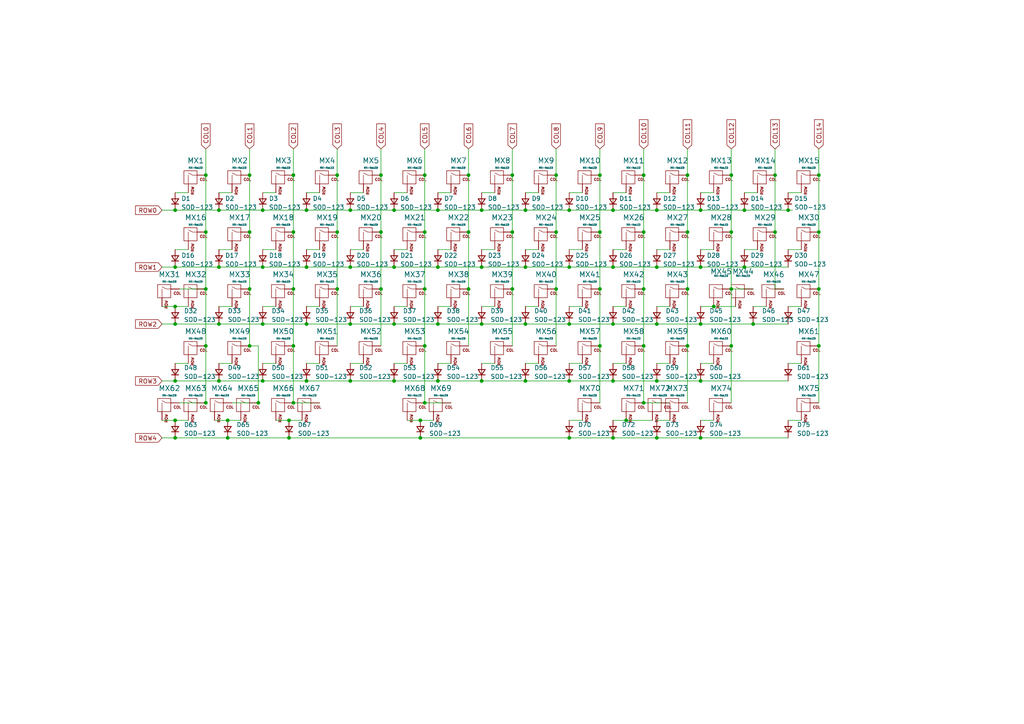
<source format=kicad_sch>
(kicad_sch (version 20211123) (generator eeschema)
  (paper "A4")
  (junction (at 50.8 127))
  (junction (at 165.1 110.49))
  (junction (at 121.92 127))
  (junction (at 161.29 67.31))
  (junction (at 218.44 93.98))
  (junction (at 215.9 60.96))
  (junction (at 59.69 83.82))
  (junction (at 101.6 60.96))
  (junction (at 177.8 127))
  (junction (at 88.9 110.49))
  (junction (at 212.09 67.31))
  (junction (at 152.4 77.47))
  (junction (at 101.6 110.49))
  (junction (at 139.7 60.96))
  (junction (at 72.39 83.82))
  (junction (at 203.2 60.96))
  (junction (at 76.2 93.98))
  (junction (at 85.09 50.8))
  (junction (at 114.3 77.47))
  (junction (at 123.19 67.31))
  (junction (at 97.79 83.82))
  (junction (at 59.69 67.31))
  (junction (at 186.69 116.84))
  (junction (at 228.6 60.96))
  (junction (at 66.04 127))
  (junction (at 72.39 50.8))
  (junction (at 181.61 121.92))
  (junction (at 177.8 93.98))
  (junction (at 59.69 50.8))
  (junction (at 152.4 93.98))
  (junction (at 186.69 67.31))
  (junction (at 127 110.49))
  (junction (at 66.04 121.92))
  (junction (at 76.2 60.96))
  (junction (at 127 77.47))
  (junction (at 135.89 50.8))
  (junction (at 173.99 83.82))
  (junction (at 190.5 77.47))
  (junction (at 165.1 77.47))
  (junction (at 127 60.96))
  (junction (at 199.39 67.31))
  (junction (at 190.5 110.49))
  (junction (at 50.8 121.92))
  (junction (at 50.8 110.49))
  (junction (at 110.49 50.8))
  (junction (at 135.89 67.31))
  (junction (at 224.79 67.31))
  (junction (at 212.09 100.33))
  (junction (at 237.49 67.31))
  (junction (at 224.79 50.8))
  (junction (at 212.09 50.8))
  (junction (at 85.09 83.82))
  (junction (at 59.69 100.33))
  (junction (at 165.1 60.96))
  (junction (at 203.2 77.47))
  (junction (at 59.69 116.84))
  (junction (at 110.49 67.31))
  (junction (at 101.6 93.98))
  (junction (at 148.59 83.82))
  (junction (at 186.69 50.8))
  (junction (at 85.09 116.84))
  (junction (at 123.19 50.8))
  (junction (at 190.5 127))
  (junction (at 199.39 100.33))
  (junction (at 76.2 110.49))
  (junction (at 85.09 67.31))
  (junction (at 237.49 50.8))
  (junction (at 50.8 88.9))
  (junction (at 190.5 93.98))
  (junction (at 186.69 100.33))
  (junction (at 190.5 60.96))
  (junction (at 63.5 77.47))
  (junction (at 83.82 127))
  (junction (at 127 93.98))
  (junction (at 50.8 77.47))
  (junction (at 177.8 77.47))
  (junction (at 161.29 83.82))
  (junction (at 114.3 110.49))
  (junction (at 50.8 60.96))
  (junction (at 148.59 67.31))
  (junction (at 152.4 110.49))
  (junction (at 76.2 77.47))
  (junction (at 123.19 116.84))
  (junction (at 177.8 60.96))
  (junction (at 186.69 83.82))
  (junction (at 199.39 50.8))
  (junction (at 237.49 83.82))
  (junction (at 173.99 100.33))
  (junction (at 114.3 93.98))
  (junction (at 237.49 100.33))
  (junction (at 161.29 50.8))
  (junction (at 88.9 60.96))
  (junction (at 110.49 83.82))
  (junction (at 152.4 60.96))
  (junction (at 139.7 93.98))
  (junction (at 215.9 77.47))
  (junction (at 63.5 110.49))
  (junction (at 207.01 88.9))
  (junction (at 88.9 77.47))
  (junction (at 139.7 110.49))
  (junction (at 199.39 83.82))
  (junction (at 85.09 100.33))
  (junction (at 121.92 121.92))
  (junction (at 148.59 50.8))
  (junction (at 74.93 116.84))
  (junction (at 139.7 77.47))
  (junction (at 212.09 83.82))
  (junction (at 165.1 93.98))
  (junction (at 203.2 93.98))
  (junction (at 72.39 100.33))
  (junction (at 101.6 77.47))
  (junction (at 63.5 60.96))
  (junction (at 97.79 67.31))
  (junction (at 88.9 93.98))
  (junction (at 165.1 127))
  (junction (at 97.79 50.8))
  (junction (at 203.2 110.49))
  (junction (at 114.3 60.96))
  (junction (at 123.19 83.82))
  (junction (at 135.89 83.82))
  (junction (at 177.8 110.49))
  (junction (at 123.19 100.33))
  (junction (at 63.5 93.98))
  (junction (at 173.99 67.31))
  (junction (at 50.8 93.98))
  (junction (at 203.2 127))
  (junction (at 72.39 67.31))
  (junction (at 83.82 121.92))
  (junction (at 173.99 50.8))
  (wire (pts (xy 50.8 110.49) (xy 63.5 110.49)))
  (wire (pts (xy 173.99 43.18) (xy 173.99 50.8)))
  (wire (pts (xy 228.6 121.92) (xy 232.41 121.92)))
  (wire (pts (xy 63.5 77.47) (xy 76.2 77.47)))
  (wire (pts (xy 123.19 50.8) (xy 123.19 67.31)))
  (wire (pts (xy 212.09 100.33) (xy 212.09 116.84)))
  (wire (pts (xy 127 110.49) (xy 139.7 110.49)))
  (wire (pts (xy 215.9 77.47) (xy 228.6 77.47)))
  (wire (pts (xy 59.69 50.8) (xy 59.69 67.31)))
  (wire (pts (xy 139.7 77.47) (xy 152.4 77.47)))
  (wire (pts (xy 203.2 77.47) (xy 215.9 77.47)))
  (wire (pts (xy 59.69 43.18) (xy 59.69 50.8)))
  (wire (pts (xy 63.5 93.98) (xy 76.2 93.98)))
  (wire (pts (xy 88.9 88.9) (xy 92.71 88.9)))
  (wire (pts (xy 165.1 77.47) (xy 177.8 77.47)))
  (wire (pts (xy 152.4 55.88) (xy 156.21 55.88)))
  (wire (pts (xy 83.82 127) (xy 121.92 127)))
  (wire (pts (xy 101.6 88.9) (xy 105.41 88.9)))
  (wire (pts (xy 50.8 60.96) (xy 63.5 60.96)))
  (wire (pts (xy 199.39 83.82) (xy 199.39 100.33)))
  (wire (pts (xy 215.9 72.39) (xy 219.71 72.39)))
  (wire (pts (xy 121.92 121.92) (xy 125.73 121.92)))
  (wire (pts (xy 114.3 93.98) (xy 127 93.98)))
  (wire (pts (xy 76.2 105.41) (xy 80.01 105.41)))
  (wire (pts (xy 177.8 88.9) (xy 181.61 88.9)))
  (wire (pts (xy 177.8 55.88) (xy 181.61 55.88)))
  (wire (pts (xy 139.7 110.49) (xy 152.4 110.49)))
  (wire (pts (xy 114.3 60.96) (xy 127 60.96)))
  (wire (pts (xy 186.69 43.18) (xy 186.69 50.8)))
  (wire (pts (xy 228.6 60.96) (xy 229.87 60.96)))
  (wire (pts (xy 50.8 88.9) (xy 54.61 88.9)))
  (wire (pts (xy 152.4 77.47) (xy 165.1 77.47)))
  (wire (pts (xy 161.29 43.18) (xy 161.29 50.8)))
  (wire (pts (xy 97.79 67.31) (xy 97.79 83.82)))
  (wire (pts (xy 88.9 60.96) (xy 101.6 60.96)))
  (wire (pts (xy 224.79 50.8) (xy 224.79 67.31)))
  (wire (pts (xy 97.79 50.8) (xy 97.79 67.31)))
  (wire (pts (xy 127 72.39) (xy 130.81 72.39)))
  (wire (pts (xy 123.19 83.82) (xy 123.19 100.33)))
  (wire (pts (xy 76.2 110.49) (xy 88.9 110.49)))
  (wire (pts (xy 114.3 105.41) (xy 118.11 105.41)))
  (wire (pts (xy 161.29 50.8) (xy 161.29 67.31)))
  (wire (pts (xy 85.09 116.84) (xy 92.71 116.84)))
  (wire (pts (xy 72.39 67.31) (xy 72.39 83.82)))
  (wire (pts (xy 177.8 105.41) (xy 181.61 105.41)))
  (wire (pts (xy 72.39 50.8) (xy 72.39 67.31)))
  (wire (pts (xy 76.2 60.96) (xy 88.9 60.96)))
  (wire (pts (xy 63.5 72.39) (xy 67.31 72.39)))
  (wire (pts (xy 88.9 55.88) (xy 92.71 55.88)))
  (wire (pts (xy 101.6 72.39) (xy 105.41 72.39)))
  (wire (pts (xy 135.89 67.31) (xy 135.89 83.82)))
  (wire (pts (xy 127 77.47) (xy 139.7 77.47)))
  (wire (pts (xy 50.8 105.41) (xy 54.61 105.41)))
  (wire (pts (xy 199.39 67.31) (xy 199.39 83.82)))
  (wire (pts (xy 190.5 121.92) (xy 194.31 121.92)))
  (wire (pts (xy 177.8 77.47) (xy 190.5 77.47)))
  (wire (pts (xy 224.79 67.31) (xy 224.79 83.82)))
  (wire (pts (xy 152.4 93.98) (xy 165.1 93.98)))
  (wire (pts (xy 139.7 88.9) (xy 143.51 88.9)))
  (wire (pts (xy 139.7 105.41) (xy 143.51 105.41)))
  (wire (pts (xy 190.5 105.41) (xy 194.31 105.41)))
  (wire (pts (xy 80.01 121.92) (xy 83.82 121.92)))
  (wire (pts (xy 50.8 55.88) (xy 54.61 55.88)))
  (wire (pts (xy 173.99 83.82) (xy 173.99 100.33)))
  (wire (pts (xy 114.3 77.47) (xy 127 77.47)))
  (wire (pts (xy 237.49 43.18) (xy 237.49 50.8)))
  (wire (pts (xy 101.6 105.41) (xy 105.41 105.41)))
  (wire (pts (xy 212.09 83.82) (xy 212.09 100.33)))
  (wire (pts (xy 88.9 77.47) (xy 101.6 77.47)))
  (wire (pts (xy 101.6 60.96) (xy 114.3 60.96)))
  (wire (pts (xy 46.99 88.9) (xy 50.8 88.9)))
  (wire (pts (xy 46.99 60.96) (xy 50.8 60.96)))
  (wire (pts (xy 228.6 105.41) (xy 232.41 105.41)))
  (wire (pts (xy 203.2 88.9) (xy 207.01 88.9)))
  (wire (pts (xy 199.39 43.18) (xy 199.39 50.8)))
  (wire (pts (xy 161.29 67.31) (xy 161.29 83.82)))
  (wire (pts (xy 161.29 83.82) (xy 161.29 100.33)))
  (wire (pts (xy 66.04 127) (xy 83.82 127)))
  (wire (pts (xy 165.1 105.41) (xy 168.91 105.41)))
  (wire (pts (xy 212.09 50.8) (xy 212.09 67.31)))
  (wire (pts (xy 88.9 105.41) (xy 92.71 105.41)))
  (wire (pts (xy 110.49 83.82) (xy 110.49 100.33)))
  (wire (pts (xy 72.39 100.33) (xy 74.93 100.33)))
  (wire (pts (xy 215.9 60.96) (xy 228.6 60.96)))
  (wire (pts (xy 101.6 55.88) (xy 105.41 55.88)))
  (wire (pts (xy 101.6 93.98) (xy 114.3 93.98)))
  (wire (pts (xy 212.09 43.18) (xy 212.09 50.8)))
  (wire (pts (xy 186.69 116.84) (xy 194.31 116.84)))
  (wire (pts (xy 114.3 55.88) (xy 118.11 55.88)))
  (wire (pts (xy 76.2 93.98) (xy 88.9 93.98)))
  (wire (pts (xy 139.7 93.98) (xy 152.4 93.98)))
  (wire (pts (xy 88.9 110.49) (xy 101.6 110.49)))
  (wire (pts (xy 110.49 67.31) (xy 110.49 83.82)))
  (wire (pts (xy 127 60.96) (xy 139.7 60.96)))
  (wire (pts (xy 165.1 55.88) (xy 168.91 55.88)))
  (wire (pts (xy 50.8 127) (xy 66.04 127)))
  (wire (pts (xy 228.6 72.39) (xy 232.41 72.39)))
  (wire (pts (xy 152.4 88.9) (xy 156.21 88.9)))
  (wire (pts (xy 72.39 83.82) (xy 72.39 100.33)))
  (wire (pts (xy 199.39 100.33) (xy 199.39 116.84)))
  (wire (pts (xy 218.44 93.98) (xy 228.6 93.98)))
  (wire (pts (xy 127 88.9) (xy 130.81 88.9)))
  (wire (pts (xy 123.19 67.31) (xy 123.19 83.82)))
  (wire (pts (xy 165.1 93.98) (xy 177.8 93.98)))
  (wire (pts (xy 52.07 116.84) (xy 59.69 116.84)))
  (wire (pts (xy 66.04 121.92) (xy 69.85 121.92)))
  (wire (pts (xy 63.5 105.41) (xy 67.31 105.41)))
  (wire (pts (xy 165.1 60.96) (xy 177.8 60.96)))
  (wire (pts (xy 121.92 127) (xy 165.1 127)))
  (wire (pts (xy 177.8 121.92) (xy 181.61 121.92)))
  (wire (pts (xy 173.99 67.31) (xy 173.99 83.82)))
  (wire (pts (xy 63.5 110.49) (xy 76.2 110.49)))
  (wire (pts (xy 203.2 55.88) (xy 207.01 55.88)))
  (wire (pts (xy 190.5 93.98) (xy 203.2 93.98)))
  (wire (pts (xy 85.09 100.33) (xy 85.09 116.84)))
  (wire (pts (xy 190.5 55.88) (xy 194.31 55.88)))
  (wire (pts (xy 50.8 93.98) (xy 63.5 93.98)))
  (wire (pts (xy 152.4 110.49) (xy 165.1 110.49)))
  (wire (pts (xy 190.5 72.39) (xy 194.31 72.39)))
  (wire (pts (xy 123.19 100.33) (xy 123.19 116.84)))
  (wire (pts (xy 165.1 127) (xy 177.8 127)))
  (wire (pts (xy 165.1 110.49) (xy 177.8 110.49)))
  (wire (pts (xy 177.8 93.98) (xy 190.5 93.98)))
  (wire (pts (xy 67.31 116.84) (xy 74.93 116.84)))
  (wire (pts (xy 114.3 110.49) (xy 127 110.49)))
  (wire (pts (xy 59.69 83.82) (xy 59.69 100.33)))
  (wire (pts (xy 118.11 121.92) (xy 121.92 121.92)))
  (wire (pts (xy 237.49 67.31) (xy 237.49 83.82)))
  (wire (pts (xy 237.49 100.33) (xy 237.49 116.84)))
  (wire (pts (xy 177.8 127) (xy 190.5 127)))
  (wire (pts (xy 148.59 50.8) (xy 148.59 67.31)))
  (wire (pts (xy 50.8 72.39) (xy 54.61 72.39)))
  (wire (pts (xy 83.82 121.92) (xy 87.63 121.92)))
  (wire (pts (xy 203.2 127) (xy 228.6 127)))
  (wire (pts (xy 74.93 100.33) (xy 74.93 116.84)))
  (wire (pts (xy 148.59 43.18) (xy 148.59 50.8)))
  (wire (pts (xy 165.1 88.9) (xy 168.91 88.9)))
  (wire (pts (xy 46.99 93.98) (xy 50.8 93.98)))
  (wire (pts (xy 173.99 100.33) (xy 173.99 116.84)))
  (wire (pts (xy 190.5 110.49) (xy 203.2 110.49)))
  (wire (pts (xy 152.4 72.39) (xy 156.21 72.39)))
  (wire (pts (xy 203.2 105.41) (xy 207.01 105.41)))
  (wire (pts (xy 165.1 72.39) (xy 168.91 72.39)))
  (wire (pts (xy 46.99 77.47) (xy 50.8 77.47)))
  (wire (pts (xy 228.6 88.9) (xy 232.41 88.9)))
  (wire (pts (xy 177.8 60.96) (xy 190.5 60.96)))
  (wire (pts (xy 173.99 50.8) (xy 173.99 67.31)))
  (wire (pts (xy 127 93.98) (xy 139.7 93.98)))
  (wire (pts (xy 63.5 88.9) (xy 67.31 88.9)))
  (wire (pts (xy 190.5 60.96) (xy 203.2 60.96)))
  (wire (pts (xy 76.2 88.9) (xy 80.01 88.9)))
  (wire (pts (xy 63.5 60.96) (xy 76.2 60.96)))
  (wire (pts (xy 237.49 50.8) (xy 237.49 67.31)))
  (wire (pts (xy 203.2 110.49) (xy 228.6 110.49)))
  (wire (pts (xy 186.69 83.82) (xy 186.69 100.33)))
  (wire (pts (xy 224.79 43.18) (xy 224.79 50.8)))
  (wire (pts (xy 46.99 110.49) (xy 50.8 110.49)))
  (wire (pts (xy 127 55.88) (xy 130.81 55.88)))
  (wire (pts (xy 177.8 110.49) (xy 190.5 110.49)))
  (wire (pts (xy 186.69 67.31) (xy 186.69 83.82)))
  (wire (pts (xy 72.39 43.18) (xy 72.39 50.8)))
  (wire (pts (xy 135.89 43.18) (xy 135.89 50.8)))
  (wire (pts (xy 85.09 43.18) (xy 85.09 50.8)))
  (wire (pts (xy 212.09 67.31) (xy 212.09 83.82)))
  (wire (pts (xy 76.2 77.47) (xy 88.9 77.47)))
  (wire (pts (xy 203.2 72.39) (xy 207.01 72.39)))
  (wire (pts (xy 186.69 100.33) (xy 186.69 116.84)))
  (wire (pts (xy 152.4 60.96) (xy 165.1 60.96)))
  (wire (pts (xy 165.1 121.92) (xy 168.91 121.92)))
  (wire (pts (xy 85.09 83.82) (xy 85.09 100.33)))
  (wire (pts (xy 228.6 55.88) (xy 232.41 55.88)))
  (wire (pts (xy 123.19 116.84) (xy 130.81 116.84)))
  (wire (pts (xy 123.19 43.18) (xy 123.19 50.8)))
  (wire (pts (xy 110.49 43.18) (xy 110.49 50.8)))
  (wire (pts (xy 46.99 127) (xy 50.8 127)))
  (wire (pts (xy 63.5 55.88) (xy 67.31 55.88)))
  (wire (pts (xy 181.61 121.92) (xy 189.23 121.92)))
  (wire (pts (xy 139.7 60.96) (xy 152.4 60.96)))
  (wire (pts (xy 203.2 60.96) (xy 215.9 60.96)))
  (wire (pts (xy 97.79 43.18) (xy 97.79 50.8)))
  (wire (pts (xy 50.8 121.92) (xy 54.61 121.92)))
  (wire (pts (xy 62.23 121.92) (xy 66.04 121.92)))
  (wire (pts (xy 139.7 72.39) (xy 143.51 72.39)))
  (wire (pts (xy 85.09 67.31) (xy 85.09 83.82)))
  (wire (pts (xy 207.01 88.9) (xy 213.36 88.9)))
  (wire (pts (xy 101.6 77.47) (xy 114.3 77.47)))
  (wire (pts (xy 76.2 55.88) (xy 80.01 55.88)))
  (wire (pts (xy 46.99 121.92) (xy 50.8 121.92)))
  (wire (pts (xy 190.5 77.47) (xy 203.2 77.47)))
  (wire (pts (xy 186.69 50.8) (xy 186.69 67.31)))
  (wire (pts (xy 110.49 50.8) (xy 110.49 67.31)))
  (wire (pts (xy 215.9 55.88) (xy 219.71 55.88)))
  (wire (pts (xy 85.09 50.8) (xy 85.09 67.31)))
  (wire (pts (xy 114.3 88.9) (xy 118.11 88.9)))
  (wire (pts (xy 148.59 83.82) (xy 148.59 100.33)))
  (wire (pts (xy 212.09 83.82) (xy 218.44 83.82)))
  (wire (pts (xy 114.3 72.39) (xy 118.11 72.39)))
  (wire (pts (xy 76.2 72.39) (xy 80.01 72.39)))
  (wire (pts (xy 88.9 93.98) (xy 101.6 93.98)))
  (wire (pts (xy 88.9 72.39) (xy 92.71 72.39)))
  (wire (pts (xy 59.69 100.33) (xy 59.69 116.84)))
  (wire (pts (xy 152.4 105.41) (xy 156.21 105.41)))
  (wire (pts (xy 224.79 83.82) (xy 227.33 83.82)))
  (wire (pts (xy 190.5 88.9) (xy 194.31 88.9)))
  (wire (pts (xy 135.89 83.82) (xy 135.89 100.33)))
  (wire (pts (xy 148.59 67.31) (xy 148.59 83.82)))
  (wire (pts (xy 218.44 88.9) (xy 222.25 88.9)))
  (wire (pts (xy 199.39 50.8) (xy 199.39 67.31)))
  (wire (pts (xy 177.8 72.39) (xy 181.61 72.39)))
  (wire (pts (xy 52.07 83.82) (xy 59.69 83.82)))
  (wire (pts (xy 139.7 55.88) (xy 143.51 55.88)))
  (wire (pts (xy 50.8 77.47) (xy 63.5 77.47)))
  (wire (pts (xy 59.69 67.31) (xy 59.69 83.82)))
  (wire (pts (xy 203.2 93.98) (xy 218.44 93.98)))
  (wire (pts (xy 101.6 110.49) (xy 114.3 110.49)))
  (wire (pts (xy 127 105.41) (xy 130.81 105.41)))
  (wire (pts (xy 190.5 127) (xy 203.2 127)))
  (wire (pts (xy 97.79 83.82) (xy 97.79 100.33)))
  (wire (pts (xy 237.49 83.82) (xy 237.49 100.33)))
  (wire (pts (xy 203.2 121.92) (xy 207.01 121.92)))
  (wire (pts (xy 135.89 50.8) (xy 135.89 67.31)))
  (global_label "COL3" (shape input) (at 97.79 43.18 90) (property "Intersheet References" "${INTERSHEET_REFS}" (effects hide)))
  (global_label "ROW2" (shape input) (at 46.99 93.98 180) (property "Intersheet References" "${INTERSHEET_REFS}" (effects hide)))
  (global_label "ROW4" (shape input) (at 46.99 127 180) (property "Intersheet References" "${INTERSHEET_REFS}" (effects hide)))
  (global_label "COL14" (shape input) (at 237.49 43.18 90) (property "Intersheet References" "${INTERSHEET_REFS}" (effects hide)))
  (global_label "COL12" (shape input) (at 212.09 43.18 90) (property "Intersheet References" "${INTERSHEET_REFS}" (effects hide)))
  (global_label "COL9" (shape input) (at 173.99 43.18 90) (property "Intersheet References" "${INTERSHEET_REFS}" (effects hide)))
  (global_label "COL4" (shape input) (at 110.49 43.18 90) (property "Intersheet References" "${INTERSHEET_REFS}" (effects hide)))
  (global_label "ROW1" (shape input) (at 46.99 77.47 180) (property "Intersheet References" "${INTERSHEET_REFS}" (effects hide)))
  (global_label "COL8" (shape input) (at 161.29 43.18 90) (property "Intersheet References" "${INTERSHEET_REFS}" (effects hide)))
  (global_label "COL1" (shape input) (at 72.39 43.18 90) (property "Intersheet References" "${INTERSHEET_REFS}" (effects hide)))
  (global_label "ROW3" (shape input) (at 46.99 110.49 180) (property "Intersheet References" "${INTERSHEET_REFS}" (effects hide)))
  (global_label "COL5" (shape input) (at 123.19 43.18 90) (property "Intersheet References" "${INTERSHEET_REFS}" (effects hide)))
  (global_label "COL11" (shape input) (at 199.39 43.18 90) (property "Intersheet References" "${INTERSHEET_REFS}" (effects hide)))
  (global_label "COL7" (shape input) (at 148.59 43.18 90) (property "Intersheet References" "${INTERSHEET_REFS}" (effects hide)))
  (global_label "ROW0" (shape input) (at 46.99 60.96 180) (property "Intersheet References" "${INTERSHEET_REFS}" (effects hide)))
  (global_label "COL0" (shape input) (at 59.69 43.18 90) (property "Intersheet References" "${INTERSHEET_REFS}" (effects hide)))
  (global_label "COL13" (shape input) (at 224.79 43.18 90) (property "Intersheet References" "${INTERSHEET_REFS}" (effects hide)))
  (global_label "COL10" (shape input) (at 186.69 43.18 90) (property "Intersheet References" "${INTERSHEET_REFS}" (effects hide)))
  (global_label "COL6" (shape input) (at 135.89 43.18 90) (property "Intersheet References" "${INTERSHEET_REFS}" (effects hide)))
  (global_label "COL2" (shape input) (at 85.09 43.18 90) (property "Intersheet References" "${INTERSHEET_REFS}" (effects hide)))
  (symbol (lib_id "Device:D_Small") (at 228.6 124.46 90) (unit 1)
    (property "Reference" "D75" (at 231.14 123.1899 90) (effects (justify right)))
    (property "Value" "SOD-123" (at 231.14 125.7299 90) (effects (justify right)))
    (property "Footprint" "Diode_SMD:D_SOD-123" (effects hide))
    (property "LCSC" "C33221" (effects hide))
  )
  (symbol (lib_id "cipulot_parts:MX-NoLED") (at 144.78 101.6 0) (unit 1)
    (property "Reference" "MX55" (at 145.6656 96.1083 0) (effects (font (size 1.524 1.524))))
    (property "Value" "MX-NoLED" (at 145.6656 98.1885 0) (effects (font (size 0.508 0.508))))
    (property "Footprint" "MX_Only:MXOnly-1U-NoLED" (effects hide))
  )
  (symbol (lib_id "cipulot_parts:MX-NoLED") (at 170.18 68.58 0) (unit 1)
    (property "Reference" "MX25" (at 171.0656 63.0883 0) (effects (font (size 1.524 1.524))))
    (property "Value" "MX-NoLED" (at 171.0656 65.1685 0) (effects (font (size 0.508 0.508))))
    (property "Footprint" "MX_Only:MXOnly-1U-NoLED" (effects hide))
  )
  (symbol (lib_id "cipulot_parts:MX-NoLED") (at 182.88 68.58 0) (unit 1)
    (property "Reference" "MX26" (at 183.7656 63.0883 0) (effects (font (size 1.524 1.524))))
    (property "Value" "MX-NoLED" (at 183.7656 65.1685 0) (effects (font (size 0.508 0.508))))
    (property "Footprint" "MX_Only:MXOnly-1U-NoLED" (effects hide))
  )
  (symbol (lib_id "cipulot_parts:MX-NoLED") (at 220.98 68.58 0) (unit 1)
    (property "Reference" "MX29" (at 221.8656 63.0883 0) (effects (font (size 1.524 1.524))))
    (property "Value" "MX-NoLED" (at 221.8656 65.1685 0) (effects (font (size 0.508 0.508))))
    (property "Footprint" "MX_Only:MXOnly-1.5U-NoLED" (effects hide))
  )
  (symbol (lib_id "cipulot_parts:MX-NoLED") (at 68.58 101.6 0) (unit 1)
    (property "Reference" "MX49" (at 69.4656 96.1083 0) (effects (font (size 1.524 1.524))))
    (property "Value" "MX-NoLED" (at 69.4656 98.1885 0) (effects (font (size 0.508 0.508))))
    (property "Footprint" "MX_Only:MXOnly-1U-NoLED" (effects hide))
  )
  (symbol (lib_id "Device:D_Small") (at 190.5 107.95 90) (unit 1)
    (property "Reference" "D59" (at 193.04 106.6799 90) (effects (justify right)))
    (property "Value" "SOD-123" (at 193.04 109.2199 90) (effects (justify right)))
    (property "Footprint" "Diode_SMD:D_SOD-123" (effects hide))
    (property "LCSC" "C33221" (effects hide))
  )
  (symbol (lib_id "Device:D_Small") (at 50.8 91.44 90) (unit 1)
    (property "Reference" "D32" (at 53.34 90.1699 90) (effects (justify right)))
    (property "Value" "SOD-123" (at 53.34 92.7099 90) (effects (justify right)))
    (property "Footprint" "Diode_SMD:D_SOD-123" (effects hide))
    (property "LCSC" "C33221" (effects hide))
  )
  (symbol (lib_id "Device:D_Small") (at 218.44 91.44 90) (unit 1)
    (property "Reference" "D46" (at 220.98 90.1699 90) (effects (justify right)))
    (property "Value" "SOD-123" (at 220.98 92.7099 90) (effects (justify right)))
    (property "Footprint" "Diode_SMD:D_SOD-123" (effects hide))
    (property "LCSC" "C33221" (effects hide))
  )
  (symbol (lib_id "Device:D_Small") (at 101.6 91.44 90) (unit 1)
    (property "Reference" "D36" (at 104.14 90.1699 90) (effects (justify right)))
    (property "Value" "SOD-123" (at 104.14 92.7099 90) (effects (justify right)))
    (property "Footprint" "Diode_SMD:D_SOD-123" (effects hide))
    (property "LCSC" "C33221" (effects hide))
  )
  (symbol (lib_id "cipulot_parts:MX-NoLED") (at 106.68 52.07 0) (unit 1)
    (property "Reference" "MX5" (at 107.5656 46.5783 0) (effects (font (size 1.524 1.524))))
    (property "Value" "MX-NoLED" (at 107.5656 48.6585 0) (effects (font (size 0.508 0.508))))
    (property "Footprint" "MX_Only:MXOnly-1U-NoLED" (effects hide))
  )
  (symbol (lib_id "Device:D_Small") (at 190.5 74.93 90) (unit 1)
    (property "Reference" "D27" (at 192.278 74.0953 90) (effects (justify right)))
    (property "Value" "SOD-123" (at 192.278 76.6322 90) (effects (justify right)))
    (property "Footprint" "Diode_SMD:D_SOD-123" (effects hide))
    (property "LCSC" "C33221" (effects hide))
  )
  (symbol (lib_id "cipulot_parts:MX-NoLED") (at 170.18 52.07 0) (unit 1)
    (property "Reference" "MX10" (at 171.0656 46.5783 0) (effects (font (size 1.524 1.524))))
    (property "Value" "MX-NoLED" (at 171.0656 48.6585 0) (effects (font (size 0.508 0.508))))
    (property "Footprint" "MX_Only:MXOnly-1U-NoLED" (effects hide))
  )
  (symbol (lib_id "Device:D_Small") (at 101.6 58.42 90) (unit 1)
    (property "Reference" "D5" (at 103.378 57.5853 90) (effects (justify right)))
    (property "Value" "SOD-123" (at 103.378 60.1222 90) (effects (justify right)))
    (property "Footprint" "Diode_SMD:D_SOD-123" (effects hide))
    (property "LCSC" "C33221" (effects hide))
  )
  (symbol (lib_id "Device:D_Small") (at 50.8 58.42 90) (unit 1)
    (property "Reference" "D1" (at 52.578 57.5853 90) (effects (justify right)))
    (property "Value" "SOD-123" (at 52.578 60.1222 90) (effects (justify right)))
    (property "Footprint" "Diode_SMD:D_SOD-123" (effects hide))
    (property "LCSC" "C33221" (effects hide))
  )
  (symbol (lib_id "cipulot_parts:MX-NoLED") (at 233.68 85.09 0) (unit 1)
    (property "Reference" "MX47" (at 234.5656 79.5983 0) (effects (font (size 1.524 1.524))))
    (property "Value" "MX-NoLED" (at 234.5656 81.6785 0) (effects (font (size 0.508 0.508))))
    (property "Footprint" "MX_Only:MXOnly-1U-NoLED" (effects hide))
  )
  (symbol (lib_id "Device:D_Small") (at 203.2 91.44 90) (unit 1)
    (property "Reference" "D45" (at 205.74 90.1699 90) (effects (justify right)))
    (property "Value" "SOD-123" (at 205.74 92.7099 90) (effects (justify right)))
    (property "Footprint" "Diode_SMD:D_SOD-123" (effects hide))
    (property "LCSC" "C33221" (effects hide))
  )
  (symbol (lib_id "cipulot_parts:MX-NoLED") (at 157.48 85.09 0) (unit 1)
    (property "Reference" "MX40" (at 158.3656 79.5983 0) (effects (font (size 1.524 1.524))))
    (property "Value" "MX-NoLED" (at 158.3656 81.6785 0) (effects (font (size 0.508 0.508))))
    (property "Footprint" "MX_Only:MXOnly-1U-NoLED" (effects hide))
  )
  (symbol (lib_id "cipulot_parts:MX-NoLED") (at 93.98 68.58 0) (unit 1)
    (property "Reference" "MX19" (at 94.8656 63.0883 0) (effects (font (size 1.524 1.524))))
    (property "Value" "MX-NoLED" (at 94.8656 65.1685 0) (effects (font (size 0.508 0.508))))
    (property "Footprint" "MX_Only:MXOnly-1U-NoLED" (effects hide))
  )
  (symbol (lib_id "cipulot_parts:MX-NoLED") (at 68.58 52.07 0) (unit 1)
    (property "Reference" "MX2" (at 69.4656 46.5783 0) (effects (font (size 1.524 1.524))))
    (property "Value" "MX-NoLED" (at 69.4656 48.6585 0) (effects (font (size 0.508 0.508))))
    (property "Footprint" "MX_Only:MXOnly-1U-NoLED" (effects hide))
  )
  (symbol (lib_id "cipulot_parts:MX-NoLED") (at 119.38 101.6 0) (unit 1)
    (property "Reference" "MX53" (at 120.2656 96.1083 0) (effects (font (size 1.524 1.524))))
    (property "Value" "MX-NoLED" (at 120.2656 98.1885 0) (effects (font (size 0.508 0.508))))
    (property "Footprint" "MX_Only:MXOnly-1U-NoLED" (effects hide))
  )
  (symbol (lib_id "Device:D_Small") (at 165.1 58.42 90) (unit 1)
    (property "Reference" "D10" (at 166.878 57.5853 90) (effects (justify right)))
    (property "Value" "SOD-123" (at 166.878 60.1222 90) (effects (justify right)))
    (property "Footprint" "Diode_SMD:D_SOD-123" (effects hide))
    (property "LCSC" "C33221" (effects hide))
  )
  (symbol (lib_id "Device:D_Small") (at 228.6 74.93 90) (unit 1)
    (property "Reference" "D30" (at 230.378 74.0953 90) (effects (justify right)))
    (property "Value" "SOD-123" (at 230.378 76.6322 90) (effects (justify right)))
    (property "Footprint" "Diode_SMD:D_SOD-123" (effects hide))
    (property "LCSC" "C33221" (effects hide))
  )
  (symbol (lib_id "cipulot_parts:MX-NoLED") (at 170.18 118.11 0) (unit 1)
    (property "Reference" "MX70" (at 171.0656 112.6183 0) (effects (font (size 1.524 1.524))))
    (property "Value" "MX-NoLED" (at 171.0656 114.6985 0) (effects (font (size 0.508 0.508))))
    (property "Footprint" "MX_Only:MXOnly-1.25U-NoLED" (effects hide))
  )
  (symbol (lib_id "Device:D_Small") (at 63.5 74.93 90) (unit 1)
    (property "Reference" "D17" (at 65.278 74.0953 90) (effects (justify right)))
    (property "Value" "SOD-123" (at 65.278 76.6322 90) (effects (justify right)))
    (property "Footprint" "Diode_SMD:D_SOD-123" (effects hide))
    (property "LCSC" "C33221" (effects hide))
  )
  (symbol (lib_id "cipulot_parts:MX-NoLED") (at 119.38 118.11 0) (unit 1)
    (property "Reference" "MX68" (at 120.2656 112.6183 0) (effects (font (size 1.524 1.524))))
    (property "Value" "MX-NoLED" (at 120.2656 114.6985 0) (effects (font (size 0.508 0.508))))
    (property "Footprint" "MX_Only:MXOnly-6.25U-ReversedStabilizers-NoLED" (effects hide))
  )
  (symbol (lib_id "cipulot_parts:MX-NoLED") (at 182.88 118.11 0) (unit 1)
    (property "Reference" "MX71" (at 183.7656 112.6183 0) (effects (font (size 1.524 1.524))))
    (property "Value" "MX-NoLED" (at 183.7656 114.6985 0) (effects (font (size 0.508 0.508))))
    (property "Footprint" "MX_Only:MXOnly-1.5U-NoLED" (effects hide))
  )
  (symbol (lib_id "Device:D_Small") (at 114.3 74.93 90) (unit 1)
    (property "Reference" "D21" (at 116.078 74.0953 90) (effects (justify right)))
    (property "Value" "SOD-123" (at 116.078 76.6322 90) (effects (justify right)))
    (property "Footprint" "Diode_SMD:D_SOD-123" (effects hide))
    (property "LCSC" "C33221" (effects hide))
  )
  (symbol (lib_id "Device:D_Small") (at 165.1 74.93 90) (unit 1)
    (property "Reference" "D25" (at 166.878 74.0953 90) (effects (justify right)))
    (property "Value" "SOD-123" (at 166.878 76.6322 90) (effects (justify right)))
    (property "Footprint" "Diode_SMD:D_SOD-123" (effects hide))
    (property "LCSC" "C33221" (effects hide))
  )
  (symbol (lib_id "cipulot_parts:MX-NoLED") (at 223.52 85.09 0) (unit 1)
    (property "Reference" "MX46" (at 224.4056 79.5983 0) (effects (font (size 1.524 1.524))))
    (property "Value" "MX-NoLED" (at 224.4056 81.6785 0) (effects (font (size 0.508 0.508))))
    (property "Footprint" "MX_Only:MXOnly-1.25U-NoLED" (effects hide))
  )
  (symbol (lib_id "Device:D_Small") (at 127 74.93 90) (unit 1)
    (property "Reference" "D22" (at 128.778 74.0953 90) (effects (justify right)))
    (property "Value" "SOD-123" (at 128.778 76.6322 90) (effects (justify right)))
    (property "Footprint" "Diode_SMD:D_SOD-123" (effects hide))
    (property "LCSC" "C33221" (effects hide))
  )
  (symbol (lib_id "Device:D_Small") (at 88.9 74.93 90) (unit 1)
    (property "Reference" "D19" (at 90.678 74.0953 90) (effects (justify right)))
    (property "Value" "SOD-123" (at 90.678 76.6322 90) (effects (justify right)))
    (property "Footprint" "Diode_SMD:D_SOD-123" (effects hide))
    (property "LCSC" "C33221" (effects hide))
  )
  (symbol (lib_id "cipulot_parts:MX-NoLED") (at 81.28 101.6 0) (unit 1)
    (property "Reference" "MX50" (at 82.1656 96.1083 0) (effects (font (size 1.524 1.524))))
    (property "Value" "MX-NoLED" (at 82.1656 98.1885 0) (effects (font (size 0.508 0.508))))
    (property "Footprint" "MX_Only:MXOnly-1U-NoLED" (effects hide))
  )
  (symbol (lib_id "cipulot_parts:MX-NoLED") (at 157.48 101.6 0) (unit 1)
    (property "Reference" "MX56" (at 158.3656 96.1083 0) (effects (font (size 1.524 1.524))))
    (property "Value" "MX-NoLED" (at 158.3656 98.1885 0) (effects (font (size 0.508 0.508))))
    (property "Footprint" "MX_Only:MXOnly-1U-NoLED" (effects hide))
  )
  (symbol (lib_id "Device:D_Small") (at 190.5 58.42 90) (unit 1)
    (property "Reference" "D12" (at 192.278 57.5853 90) (effects (justify right)))
    (property "Value" "SOD-123" (at 192.278 60.1222 90) (effects (justify right)))
    (property "Footprint" "Diode_SMD:D_SOD-123" (effects hide))
    (property "LCSC" "C33221" (effects hide))
  )
  (symbol (lib_id "Device:D_Small") (at 152.4 74.93 90) (unit 1)
    (property "Reference" "D24" (at 154.178 74.0953 90) (effects (justify right)))
    (property "Value" "SOD-123" (at 154.178 76.6322 90) (effects (justify right)))
    (property "Footprint" "Diode_SMD:D_SOD-123" (effects hide))
    (property "LCSC" "C33221" (effects hide))
  )
  (symbol (lib_id "Device:D_Small") (at 152.4 58.42 90) (unit 1)
    (property "Reference" "D9" (at 154.178 57.5853 90) (effects (justify right)))
    (property "Value" "SOD-123" (at 154.178 60.1222 90) (effects (justify right)))
    (property "Footprint" "Diode_SMD:D_SOD-123" (effects hide))
    (property "LCSC" "C33221" (effects hide))
  )
  (symbol (lib_id "cipulot_parts:MX-NoLED") (at 170.18 85.09 0) (unit 1)
    (property "Reference" "MX41" (at 171.0656 79.5983 0) (effects (font (size 1.524 1.524))))
    (property "Value" "MX-NoLED" (at 171.0656 81.6785 0) (effects (font (size 0.508 0.508))))
    (property "Footprint" "MX_Only:MXOnly-1U-NoLED" (effects hide))
  )
  (symbol (lib_id "Device:D_Small") (at 127 91.44 90) (unit 1)
    (property "Reference" "D38" (at 129.54 90.1699 90) (effects (justify right)))
    (property "Value" "SOD-123" (at 129.54 92.7099 90) (effects (justify right)))
    (property "Footprint" "Diode_SMD:D_SOD-123" (effects hide))
    (property "LCSC" "C33221" (effects hide))
  )
  (symbol (lib_id "cipulot_parts:MX-NoLED") (at 144.78 68.58 0) (unit 1)
    (property "Reference" "MX23" (at 145.6656 63.0883 0) (effects (font (size 1.524 1.524))))
    (property "Value" "MX-NoLED" (at 145.6656 65.1685 0) (effects (font (size 0.508 0.508))))
    (property "Footprint" "MX_Only:MXOnly-1U-NoLED" (effects hide))
  )
  (symbol (lib_id "Device:D_Small") (at 139.7 58.42 90) (unit 1)
    (property "Reference" "D8" (at 141.478 57.5853 90) (effects (justify right)))
    (property "Value" "SOD-123" (at 141.478 60.1222 90) (effects (justify right)))
    (property "Footprint" "Diode_SMD:D_SOD-123" (effects hide))
    (property "LCSC" "C33221" (effects hide))
  )
  (symbol (lib_id "Device:D_Small") (at 50.8 107.95 90) (unit 1)
    (property "Reference" "D48" (at 53.34 106.6799 90) (effects (justify right)))
    (property "Value" "SOD-123" (at 53.34 109.2199 90) (effects (justify right)))
    (property "Footprint" "Diode_SMD:D_SOD-123" (effects hide))
    (property "LCSC" "C33221" (effects hide))
  )
  (symbol (lib_id "Device:D_Small") (at 76.2 91.44 90) (unit 1)
    (property "Reference" "D34" (at 78.74 90.1699 90) (effects (justify right)))
    (property "Value" "SOD-123" (at 78.74 92.7099 90) (effects (justify right)))
    (property "Footprint" "Diode_SMD:D_SOD-123" (effects hide))
    (property "LCSC" "C33221" (effects hide))
  )
  (symbol (lib_id "Device:D_Small") (at 215.9 74.93 90) (unit 1)
    (property "Reference" "D29" (at 217.678 74.0953 90) (effects (justify right)))
    (property "Value" "SOD-123" (at 217.678 76.6322 90) (effects (justify right)))
    (property "Footprint" "Diode_SMD:D_SOD-123" (effects hide))
    (property "LCSC" "C33221" (effects hide))
  )
  (symbol (lib_id "Device:D_Small") (at 127 58.42 90) (unit 1)
    (property "Reference" "D7" (at 128.778 57.5853 90) (effects (justify right)))
    (property "Value" "SOD-123" (at 128.778 60.1222 90) (effects (justify right)))
    (property "Footprint" "Diode_SMD:D_SOD-123" (effects hide))
    (property "LCSC" "C33221" (effects hide))
  )
  (symbol (lib_id "cipulot_parts:MX-NoLED") (at 182.88 52.07 0) (unit 1)
    (property "Reference" "MX11" (at 183.7656 46.5783 0) (effects (font (size 1.524 1.524))))
    (property "Value" "MX-NoLED" (at 183.7656 48.6585 0) (effects (font (size 0.508 0.508))))
    (property "Footprint" "MX_Only:MXOnly-1U-NoLED" (effects hide))
  )
  (symbol (lib_id "cipulot_parts:MX-NoLED") (at 88.9 118.11 0) (unit 1)
    (property "Reference" "MX67" (at 89.7856 112.6183 0) (effects (font (size 1.524 1.524))))
    (property "Value" "MX-NoLED" (at 89.7856 114.6985 0) (effects (font (size 0.508 0.508))))
    (property "Footprint" "MX_Only:MXOnly-1.5U-NoLED" (effects hide))
  )
  (symbol (lib_id "cipulot_parts:MX-NoLED") (at 68.58 85.09 0) (unit 1)
    (property "Reference" "MX33" (at 69.4656 79.5983 0) (effects (font (size 1.524 1.524))))
    (property "Value" "MX-NoLED" (at 69.4656 81.6785 0) (effects (font (size 0.508 0.508))))
    (property "Footprint" "MX_Only:MXOnly-1U-NoLED" (effects hide))
  )
  (symbol (lib_id "Device:D_Small") (at 203.2 58.42 90) (unit 1)
    (property "Reference" "D13" (at 204.978 57.5853 90) (effects (justify right)))
    (property "Value" "SOD-123" (at 204.978 60.1222 90) (effects (justify right)))
    (property "Footprint" "Diode_SMD:D_SOD-123" (effects hide))
    (property "LCSC" "C33221" (effects hide))
  )
  (symbol (lib_id "cipulot_parts:MX-NoLED") (at 63.5 118.11 0) (unit 1)
    (property "Reference" "MX64" (at 64.3856 112.6183 0) (effects (font (size 1.524 1.524))))
    (property "Value" "MX-NoLED" (at 64.3856 114.6985 0) (effects (font (size 0.508 0.508))))
    (property "Footprint" "MX_Only:MXOnly-1.25U-NoLED" (effects hide))
  )
  (symbol (lib_id "cipulot_parts:MX-NoLED") (at 119.38 68.58 0) (unit 1)
    (property "Reference" "MX21" (at 120.2656 63.0883 0) (effects (font (size 1.524 1.524))))
    (property "Value" "MX-NoLED" (at 120.2656 65.1685 0) (effects (font (size 0.508 0.508))))
    (property "Footprint" "MX_Only:MXOnly-1U-NoLED" (effects hide))
  )
  (symbol (lib_id "cipulot_parts:MX-NoLED") (at 233.68 52.07 0) (unit 1)
    (property "Reference" "MX15" (at 234.5656 46.5783 0) (effects (font (size 1.524 1.524))))
    (property "Value" "MX-NoLED" (at 234.5656 48.6585 0) (effects (font (size 0.508 0.508))))
    (property "Footprint" "MX_Only:MXOnly-1U-NoLED" (effects hide))
  )
  (symbol (lib_id "cipulot_parts:MX-NoLED") (at 233.68 68.58 0) (unit 1)
    (property "Reference" "MX30" (at 234.5656 63.0883 0) (effects (font (size 1.524 1.524))))
    (property "Value" "MX-NoLED" (at 234.5656 65.1685 0) (effects (font (size 0.508 0.508))))
    (property "Footprint" "MX_Only:MXOnly-1U-NoLED" (effects hide))
  )
  (symbol (lib_id "cipulot_parts:MX-NoLED") (at 157.48 52.07 0) (unit 1)
    (property "Reference" "MX9" (at 158.3656 46.5783 0) (effects (font (size 1.524 1.524))))
    (property "Value" "MX-NoLED" (at 158.3656 48.6585 0) (effects (font (size 0.508 0.508))))
    (property "Footprint" "MX_Only:MXOnly-1U-NoLED" (effects hide))
  )
  (symbol (lib_id "cipulot_parts:MX-NoLED") (at 132.08 85.09 0) (unit 1)
    (property "Reference" "MX38" (at 132.9656 79.5983 0) (effects (font (size 1.524 1.524))))
    (property "Value" "MX-NoLED" (at 132.9656 81.6785 0) (effects (font (size 0.508 0.508))))
    (property "Footprint" "MX_Only:MXOnly-1U-NoLED" (effects hide))
  )
  (symbol (lib_id "cipulot_parts:MX-NoLED") (at 233.68 118.11 0) (unit 1)
    (property "Reference" "MX75" (at 234.5656 112.6183 0) (effects (font (size 1.524 1.524))))
    (property "Value" "MX-NoLED" (at 234.5656 114.6985 0) (effects (font (size 0.508 0.508))))
    (property "Footprint" "MX_Only:MXOnly-1U-NoLED" (effects hide))
  )
  (symbol (lib_id "Device:D_Small") (at 139.7 74.93 90) (unit 1)
    (property "Reference" "D23" (at 141.478 74.0953 90) (effects (justify right)))
    (property "Value" "SOD-123" (at 141.478 76.6322 90) (effects (justify right)))
    (property "Footprint" "Diode_SMD:D_SOD-123" (effects hide))
    (property "LCSC" "C33221" (effects hide))
  )
  (symbol (lib_id "Device:D_Small") (at 88.9 91.44 90) (unit 1)
    (property "Reference" "D35" (at 91.44 90.1699 90) (effects (justify right)))
    (property "Value" "SOD-123" (at 91.44 92.7099 90) (effects (justify right)))
    (property "Footprint" "Diode_SMD:D_SOD-123" (effects hide))
    (property "LCSC" "C33221" (effects hide))
  )
  (symbol (lib_id "Device:D_Small") (at 101.6 74.93 90) (unit 1)
    (property "Reference" "D20" (at 103.378 74.0953 90) (effects (justify right)))
    (property "Value" "SOD-123" (at 103.378 76.6322 90) (effects (justify right)))
    (property "Footprint" "Diode_SMD:D_SOD-123" (effects hide))
    (property "LCSC" "C33221" (effects hide))
  )
  (symbol (lib_id "cipulot_parts:MX-NoLED") (at 81.28 85.09 0) (unit 1)
    (property "Reference" "MX34" (at 82.1656 79.5983 0) (effects (font (size 1.524 1.524))))
    (property "Value" "MX-NoLED" (at 82.1656 81.6785 0) (effects (font (size 0.508 0.508))))
    (property "Footprint" "MX_Only:MXOnly-1U-NoLED" (effects hide))
  )
  (symbol (lib_id "Device:D_Small") (at 139.7 91.44 90) (unit 1)
    (property "Reference" "D39" (at 142.24 90.1699 90) (effects (justify right)))
    (property "Value" "SOD-123" (at 142.24 92.7099 90) (effects (justify right)))
    (property "Footprint" "Diode_SMD:D_SOD-123" (effects hide))
    (property "LCSC" "C33221" (effects hide))
  )
  (symbol (lib_id "cipulot_parts:MX-NoLED") (at 157.48 68.58 0) (unit 1)
    (property "Reference" "MX24" (at 158.3656 63.0883 0) (effects (font (size 1.524 1.524))))
    (property "Value" "MX-NoLED" (at 158.3656 65.1685 0) (effects (font (size 0.508 0.508))))
    (property "Footprint" "MX_Only:MXOnly-1U-NoLED" (effects hide))
  )
  (symbol (lib_id "Device:D_Small") (at 88.9 107.95 90) (unit 1)
    (property "Reference" "D51" (at 91.44 106.6799 90) (effects (justify right)))
    (property "Value" "SOD-123" (at 91.44 109.2199 90) (effects (justify right)))
    (property "Footprint" "Diode_SMD:D_SOD-123" (effects hide))
    (property "LCSC" "C33221" (effects hide))
  )
  (symbol (lib_id "cipulot_parts:MX-NoLED") (at 106.68 68.58 0) (unit 1)
    (property "Reference" "MX20" (at 107.5656 63.0883 0) (effects (font (size 1.524 1.524))))
    (property "Value" "MX-NoLED" (at 107.5656 65.1685 0) (effects (font (size 0.508 0.508))))
    (property "Footprint" "MX_Only:MXOnly-1U-NoLED" (effects hide))
  )
  (symbol (lib_id "Device:D_Small") (at 50.8 124.46 90) (unit 1)
    (property "Reference" "D63" (at 53.34 123.1899 90) (effects (justify right)))
    (property "Value" "SOD-123" (at 53.34 125.7299 90) (effects (justify right)))
    (property "Footprint" "Diode_SMD:D_SOD-123" (effects hide))
    (property "LCSC" "C33221" (effects hide))
  )
  (symbol (lib_id "Device:D_Small") (at 203.2 74.93 90) (unit 1)
    (property "Reference" "D28" (at 204.978 74.0953 90) (effects (justify right)))
    (property "Value" "SOD-123" (at 204.978 76.6322 90) (effects (justify right)))
    (property "Footprint" "Diode_SMD:D_SOD-123" (effects hide))
    (property "LCSC" "C33221" (effects hide))
  )
  (symbol (lib_id "Device:D_Small") (at 76.2 58.42 90) (unit 1)
    (property "Reference" "D3" (at 77.978 57.5853 90) (effects (justify right)))
    (property "Value" "SOD-123" (at 77.978 60.1222 90) (effects (justify right)))
    (property "Footprint" "Diode_SMD:D_SOD-123" (effects hide))
    (property "LCSC" "C33221" (effects hide))
  )
  (symbol (lib_id "cipulot_parts:MX-NoLED") (at 132.08 52.07 0) (unit 1)
    (property "Reference" "MX7" (at 132.9656 46.5783 0) (effects (font (size 1.524 1.524))))
    (property "Value" "MX-NoLED" (at 132.9656 48.6585 0) (effects (font (size 0.508 0.508))))
    (property "Footprint" "MX_Only:MXOnly-1U-NoLED" (effects hide))
  )
  (symbol (lib_id "cipulot_parts:MX-NoLED") (at 214.63 85.09 0) (unit 1)
    (property "Reference" "MX44" (at 215.5156 78.74 0) (effects (font (size 1.524 1.524))))
    (property "Value" "MX-NoLED" (at 215.5156 80.01 0) (effects (font (size 0.508 0.508))))
    (property "Footprint" "MX_Only:MXOnly-1U-NoLED" (effects hide))
  )
  (symbol (lib_id "Device:D_Small") (at 76.2 74.93 90) (unit 1)
    (property "Reference" "D18" (at 77.978 74.0953 90) (effects (justify right)))
    (property "Value" "SOD-123" (at 77.978 76.6322 90) (effects (justify right)))
    (property "Footprint" "Diode_SMD:D_SOD-123" (effects hide))
    (property "LCSC" "C33221" (effects hide))
  )
  (symbol (lib_id "Device:D_Small") (at 165.1 91.44 90) (unit 1)
    (property "Reference" "D41" (at 167.64 90.1699 90) (effects (justify right)))
    (property "Value" "SOD-123" (at 167.64 92.7099 90) (effects (justify right)))
    (property "Footprint" "Diode_SMD:D_SOD-123" (effects hide))
    (property "LCSC" "C33221" (effects hide))
  )
  (symbol (lib_id "Device:D_Small") (at 152.4 107.95 90) (unit 1)
    (property "Reference" "D56" (at 154.94 106.6799 90) (effects (justify right)))
    (property "Value" "SOD-123" (at 154.94 109.2199 90) (effects (justify right)))
    (property "Footprint" "Diode_SMD:D_SOD-123" (effects hide))
    (property "LCSC" "C33221" (effects hide))
  )
  (symbol (lib_id "Device:D_Small") (at 114.3 58.42 90) (unit 1)
    (property "Reference" "D6" (at 116.078 57.5853 90) (effects (justify right)))
    (property "Value" "SOD-123" (at 116.078 60.1222 90) (effects (justify right)))
    (property "Footprint" "Diode_SMD:D_SOD-123" (effects hide))
    (property "LCSC" "C33221" (effects hide))
  )
  (symbol (lib_id "cipulot_parts:MX-NoLED") (at 48.26 85.09 0) (unit 1)
    (property "Reference" "MX31" (at 49.1456 79.5983 0) (effects (font (size 1.524 1.524))))
    (property "Value" "MX-NoLED" (at 49.1456 81.6785 0) (effects (font (size 0.508 0.508))))
    (property "Footprint" "MX_Only:MXOnly-1.25U-NoLED" (effects hide))
  )
  (symbol (lib_id "Device:D_Small") (at 121.92 124.46 90) (unit 1)
    (property "Reference" "D69" (at 124.46 123.1899 90) (effects (justify right)))
    (property "Value" "SOD-123" (at 124.46 125.7299 90) (effects (justify right)))
    (property "Footprint" "Diode_SMD:D_SOD-123" (effects hide))
    (property "LCSC" "C33221" (effects hide))
  )
  (symbol (lib_id "Device:D_Small") (at 66.04 124.46 90) (unit 1)
    (property "Reference" "D65" (at 68.58 123.1899 90) (effects (justify right)))
    (property "Value" "SOD-123" (at 68.58 125.7299 90) (effects (justify right)))
    (property "Footprint" "Diode_SMD:D_SOD-123" (effects hide))
    (property "LCSC" "C33221" (effects hide))
  )
  (symbol (lib_id "cipulot_parts:MX-NoLED") (at 71.12 118.11 0) (unit 1)
    (property "Reference" "MX65" (at 72.0056 112.6183 0) (effects (font (size 1.524 1.524))))
    (property "Value" "MX-NoLED" (at 72.0056 114.6985 0) (effects (font (size 0.508 0.508))))
    (property "Footprint" "MX_Only:MXOnly-1U-NoLED" (effects hide))
  )
  (symbol (lib_id "cipulot_parts:MX-NoLED") (at 208.28 85.09 0) (unit 1)
    (property "Reference" "MX45" (at 209.1656 78.74 0) (effects (font (size 1.524 1.524))))
    (property "Value" "MX-NoLED" (at 209.1656 80.01 0) (effects (font (size 0.508 0.508))))
    (property "Footprint" "MX_Only:MXOnly-2.25U-NoLED" (effects hide))
  )
  (symbol (lib_id "Device:D_Small") (at 190.5 91.44 90) (unit 1)
    (property "Reference" "D43" (at 193.04 90.1699 90) (effects (justify right)))
    (property "Value" "SOD-123" (at 193.04 92.7099 90) (effects (justify right)))
    (property "Footprint" "Diode_SMD:D_SOD-123" (effects hide))
    (property "LCSC" "C33221" (effects hide))
  )
  (symbol (lib_id "Device:D_Small") (at 165.1 107.95 90) (unit 1)
    (property "Reference" "D57" (at 167.64 106.6799 90) (effects (justify right)))
    (property "Value" "SOD-123" (at 167.64 109.2199 90) (effects (justify right)))
    (property "Footprint" "Diode_SMD:D_SOD-123" (effects hide))
    (property "LCSC" "C33221" (effects hide))
  )
  (symbol (lib_id "cipulot_parts:MX-NoLED") (at 195.58 118.11 0) (unit 1)
    (property "Reference" "MX73" (at 196.4656 112.6183 0) (effects (font (size 1.524 1.524))))
    (property "Value" "MX-NoLED" (at 196.4656 114.6985 0) (effects (font (size 0.508 0.508))))
    (property "Footprint" "MX_Only:MXOnly-1U-NoLED" (effects hide))
  )
  (symbol (lib_id "cipulot_parts:MX-NoLED") (at 195.58 85.09 0) (unit 1)
    (property "Reference" "MX43" (at 196.4656 79.5983 0) (effects (font (size 1.524 1.524))))
    (property "Value" "MX-NoLED" (at 196.4656 81.6785 0) (effects (font (size 0.508 0.508))))
    (property "Footprint" "MX_Only:MXOnly-1U-NoLED" (effects hide))
  )
  (symbol (lib_id "Device:D_Small") (at 165.1 124.46 90) (unit 1)
    (property "Reference" "D70" (at 167.64 123.1899 90) (effects (justify right)))
    (property "Value" "SOD-123" (at 167.64 125.7299 90) (effects (justify right)))
    (property "Footprint" "Diode_SMD:D_SOD-123" (effects hide))
    (property "LCSC" "C33221" (effects hide))
  )
  (symbol (lib_id "Device:D_Small") (at 177.8 58.42 90) (unit 1)
    (property "Reference" "D11" (at 179.578 57.5853 90) (effects (justify right)))
    (property "Value" "SOD-123" (at 179.578 60.1222 90) (effects (justify right)))
    (property "Footprint" "Diode_SMD:D_SOD-123" (effects hide))
    (property "LCSC" "C33221" (effects hide))
  )
  (symbol (lib_id "Device:D_Small") (at 228.6 107.95 90) (unit 1)
    (property "Reference" "D61" (at 231.14 106.6799 90) (effects (justify right)))
    (property "Value" "SOD-123" (at 231.14 109.2199 90) (effects (justify right)))
    (property "Footprint" "Diode_SMD:D_SOD-123" (effects hide))
    (property "LCSC" "C33221" (effects hide))
  )
  (symbol (lib_id "Device:D_Small") (at 139.7 107.95 90) (unit 1)
    (property "Reference" "D55" (at 142.24 106.6799 90) (effects (justify right)))
    (property "Value" "SOD-123" (at 142.24 109.2199 90) (effects (justify right)))
    (property "Footprint" "Diode_SMD:D_SOD-123" (effects hide))
    (property "LCSC" "C33221" (effects hide))
  )
  (symbol (lib_id "Device:D_Small") (at 228.6 58.42 90) (unit 1)
    (property "Reference" "D15" (at 230.378 57.5853 90) (effects (justify right)))
    (property "Value" "SOD-123" (at 230.378 60.1222 90) (effects (justify right)))
    (property "Footprint" "Diode_SMD:D_SOD-123" (effects hide))
    (property "LCSC" "C33221" (effects hide))
  )
  (symbol (lib_id "cipulot_parts:MX-NoLED") (at 55.88 52.07 0) (unit 1)
    (property "Reference" "MX1" (at 56.7656 46.5783 0) (effects (font (size 1.524 1.524))))
    (property "Value" "MX-NoLED" (at 56.7656 48.6585 0) (effects (font (size 0.508 0.508))))
    (property "Footprint" "MX_Only:MXOnly-1U-NoLED" (effects hide))
  )
  (symbol (lib_id "Device:D_Small") (at 177.8 91.44 90) (unit 1)
    (property "Reference" "D42" (at 180.34 90.1699 90) (effects (justify right)))
    (property "Value" "SOD-123" (at 180.34 92.7099 90) (effects (justify right)))
    (property "Footprint" "Diode_SMD:D_SOD-123" (effects hide))
    (property "LCSC" "C33221" (effects hide))
  )
  (symbol (lib_id "Device:D_Small") (at 50.8 74.93 90) (unit 1)
    (property "Reference" "D16" (at 52.578 74.0953 90) (effects (justify right)))
    (property "Value" "SOD-123" (at 52.578 76.6322 90) (effects (justify right)))
    (property "Footprint" "Diode_SMD:D_SOD-123" (effects hide))
    (property "LCSC" "C33221" (effects hide))
  )
  (symbol (lib_id "cipulot_parts:MX-NoLED") (at 119.38 85.09 0) (unit 1)
    (property "Reference" "MX37" (at 120.2656 79.5983 0) (effects (font (size 1.524 1.524))))
    (property "Value" "MX-NoLED" (at 120.2656 81.6785 0) (effects (font (size 0.508 0.508))))
    (property "Footprint" "MX_Only:MXOnly-1U-NoLED" (effects hide))
  )
  (symbol (lib_id "cipulot_parts:MX-NoLED") (at 182.88 101.6 0) (unit 1)
    (property "Reference" "MX58" (at 183.7656 96.1083 0) (effects (font (size 1.524 1.524))))
    (property "Value" "MX-NoLED" (at 183.7656 98.1885 0) (effects (font (size 0.508 0.508))))
    (property "Footprint" "MX_Only:MXOnly-1U-NoLED" (effects hide))
  )
  (symbol (lib_id "cipulot_parts:MX-NoLED") (at 127 118.11 0) (unit 1)
    (property "Reference" "MX69" (at 127.8856 112.6183 0) (effects (font (size 1.524 1.524))))
    (property "Value" "MX-NoLED" (at 127.8856 114.6985 0) (effects (font (size 0.508 0.508))))
    (property "Footprint" "MX_Only:MXOnly-7U-ReversedStabilizers-NoLED" (effects hide))
  )
  (symbol (lib_id "cipulot_parts:MX-NoLED") (at 233.68 101.6 0) (unit 1)
    (property "Reference" "MX61" (at 234.5656 96.1083 0) (effects (font (size 1.524 1.524))))
    (property "Value" "MX-NoLED" (at 234.5656 98.1885 0) (effects (font (size 0.508 0.508))))
    (property "Footprint" "MX_Only:MXOnly-1U-NoLED" (effects hide))
  )
  (symbol (lib_id "cipulot_parts:MX-NoLED") (at 119.38 52.07 0) (unit 1)
    (property "Reference" "MX6" (at 120.2656 46.5783 0) (effects (font (size 1.524 1.524))))
    (property "Value" "MX-NoLED" (at 120.2656 48.6585 0) (effects (font (size 0.508 0.508))))
    (property "Footprint" "MX_Only:MXOnly-1U-NoLED" (effects hide))
  )
  (symbol (lib_id "cipulot_parts:MX-NoLED") (at 55.88 68.58 0) (unit 1)
    (property "Reference" "MX16" (at 56.7656 63.0883 0) (effects (font (size 1.524 1.524))))
    (property "Value" "MX-NoLED" (at 56.7656 65.1685 0) (effects (font (size 0.508 0.508))))
    (property "Footprint" "MX_Only:MXOnly-1.5U-NoLED" (effects hide))
  )
  (symbol (lib_id "cipulot_parts:MX-NoLED") (at 93.98 85.09 0) (unit 1)
    (property "Reference" "MX35" (at 94.8656 79.5983 0) (effects (font (size 1.524 1.524))))
    (property "Value" "MX-NoLED" (at 94.8656 81.6785 0) (effects (font (size 0.508 0.508))))
    (property "Footprint" "MX_Only:MXOnly-1U-NoLED" (effects hide))
  )
  (symbol (lib_id "cipulot_parts:MX-NoLED") (at 81.28 52.07 0) (unit 1)
    (property "Reference" "MX3" (at 82.1656 46.5783 0) (effects (font (size 1.524 1.524))))
    (property "Value" "MX-NoLED" (at 82.1656 48.6585 0) (effects (font (size 0.508 0.508))))
    (property "Footprint" "MX_Only:MXOnly-1U-NoLED" (effects hide))
  )
  (symbol (lib_id "cipulot_parts:MX-NoLED") (at 170.18 101.6 0) (unit 1)
    (property "Reference" "MX57" (at 171.0656 96.1083 0) (effects (font (size 1.524 1.524))))
    (property "Value" "MX-NoLED" (at 171.0656 98.1885 0) (effects (font (size 0.508 0.508))))
    (property "Footprint" "MX_Only:MXOnly-1U-NoLED" (effects hide))
  )
  (symbol (lib_id "Device:D_Small") (at 177.8 107.95 90) (unit 1)
    (property "Reference" "D58" (at 180.34 106.6799 90) (effects (justify right)))
    (property "Value" "SOD-123" (at 180.34 109.2199 90) (effects (justify right)))
    (property "Footprint" "Diode_SMD:D_SOD-123" (effects hide))
    (property "LCSC" "C33221" (effects hide))
  )
  (symbol (lib_id "Device:D_Small") (at 152.4 91.44 90) (unit 1)
    (property "Reference" "D40" (at 154.94 90.1699 90) (effects (justify right)))
    (property "Value" "SOD-123" (at 154.94 92.7099 90) (effects (justify right)))
    (property "Footprint" "Diode_SMD:D_SOD-123" (effects hide))
    (property "LCSC" "C33221" (effects hide))
  )
  (symbol (lib_id "Device:D_Small") (at 177.8 124.46 90) (unit 1)
    (property "Reference" "D72" (at 180.34 123.1899 90) (effects (justify right)))
    (property "Value" "SOD-123" (at 180.34 125.7299 90) (effects (justify right)))
    (property "Footprint" "Diode_SMD:D_SOD-123" (effects hide))
    (property "LCSC" "C33221" (effects hide))
  )
  (symbol (lib_id "cipulot_parts:MX-NoLED") (at 132.08 68.58 0) (unit 1)
    (property "Reference" "MX22" (at 132.9656 63.0883 0) (effects (font (size 1.524 1.524))))
    (property "Value" "MX-NoLED" (at 132.9656 65.1685 0) (effects (font (size 0.508 0.508))))
    (property "Footprint" "MX_Only:MXOnly-1U-NoLED" (effects hide))
  )
  (symbol (lib_id "cipulot_parts:MX-NoLED") (at 220.98 52.07 0) (unit 1)
    (property "Reference" "MX14" (at 221.8656 46.5783 0) (effects (font (size 1.524 1.524))))
    (property "Value" "MX-NoLED" (at 221.8656 48.6585 0) (effects (font (size 0.508 0.508))))
    (property "Footprint" "MX_Only:MXOnly-2U-NoLED" (effects hide))
  )
  (symbol (lib_id "Device:D_Small") (at 215.9 58.42 90) (unit 1)
    (property "Reference" "D14" (at 217.678 57.5853 90) (effects (justify right)))
    (property "Value" "SOD-123" (at 217.678 60.1222 90) (effects (justify right)))
    (property "Footprint" "Diode_SMD:D_SOD-123" (effects hide))
    (property "LCSC" "C33221" (effects hide))
  )
  (symbol (lib_id "cipulot_parts:MX-NoLED") (at 81.28 118.11 0) (unit 1)
    (property "Reference" "MX66" (at 82.1656 112.6183 0) (effects (font (size 1.524 1.524))))
    (property "Value" "MX-NoLED" (at 82.1656 114.6985 0) (effects (font (size 0.508 0.508))))
    (property "Footprint" "MX_Only:MXOnly-1.25U-NoLED" (effects hide))
  )
  (symbol (lib_id "cipulot_parts:MX-NoLED") (at 195.58 101.6 0) (unit 1)
    (property "Reference" "MX59" (at 196.4656 96.1083 0) (effects (font (size 1.524 1.524))))
    (property "Value" "MX-NoLED" (at 196.4656 98.1885 0) (effects (font (size 0.508 0.508))))
    (property "Footprint" "MX_Only:MXOnly-1.75U-NoLED" (effects hide))
  )
  (symbol (lib_id "cipulot_parts:MX-NoLED") (at 144.78 52.07 0) (unit 1)
    (property "Reference" "MX8" (at 145.6656 46.5783 0) (effects (font (size 1.524 1.524))))
    (property "Value" "MX-NoLED" (at 145.6656 48.6585 0) (effects (font (size 0.508 0.508))))
    (property "Footprint" "MX_Only:MXOnly-1U-NoLED" (effects hide))
  )
  (symbol (lib_id "cipulot_parts:MX-NoLED") (at 208.28 101.6 0) (unit 1)
    (property "Reference" "MX60" (at 209.1656 96.1083 0) (effects (font (size 1.524 1.524))))
    (property "Value" "MX-NoLED" (at 209.1656 98.1885 0) (effects (font (size 0.508 0.508))))
    (property "Footprint" "MX_Only:MXOnly-1U-NoLED" (effects hide))
  )
  (symbol (lib_id "cipulot_parts:MX-NoLED") (at 48.26 118.11 0) (unit 1)
    (property "Reference" "MX62" (at 49.1456 112.6183 0) (effects (font (size 1.524 1.524))))
    (property "Value" "MX-NoLED" (at 49.1456 114.6985 0) (effects (font (size 0.508 0.508))))
    (property "Footprint" "MX_Only:MXOnly-1.25U-NoLED" (effects hide))
  )
  (symbol (lib_id "Device:D_Small") (at 127 107.95 90) (unit 1)
    (property "Reference" "D54" (at 129.54 106.6799 90) (effects (justify right)))
    (property "Value" "SOD-123" (at 129.54 109.2199 90) (effects (justify right)))
    (property "Footprint" "Diode_SMD:D_SOD-123" (effects hide))
    (property "LCSC" "C33221" (effects hide))
  )
  (symbol (lib_id "Device:D_Small") (at 76.2 107.95 90) (unit 1)
    (property "Reference" "D50" (at 78.74 106.6799 90) (effects (justify right)))
    (property "Value" "SOD-123" (at 78.74 109.2199 90) (effects (justify right)))
    (property "Footprint" "Diode_SMD:D_SOD-123" (effects hide))
    (property "LCSC" "C33221" (effects hide))
  )
  (symbol (lib_id "Device:D_Small") (at 63.5 107.95 90) (unit 1)
    (property "Reference" "D49" (at 66.04 106.6799 90) (effects (justify right)))
    (property "Value" "SOD-123" (at 66.04 109.2199 90) (effects (justify right)))
    (property "Footprint" "Diode_SMD:D_SOD-123" (effects hide))
    (property "LCSC" "C33221" (effects hide))
  )
  (symbol (lib_id "Device:D_Small") (at 203.2 124.46 90) (unit 1)
    (property "Reference" "D74" (at 205.74 123.1899 90) (effects (justify right)))
    (property "Value" "SOD-123" (at 205.74 125.7299 90) (effects (justify right)))
    (property "Footprint" "Diode_SMD:D_SOD-123" (effects hide))
    (property "LCSC" "C33221" (effects hide))
  )
  (symbol (lib_id "Device:D_Small") (at 190.5 124.46 90) (unit 1)
    (property "Reference" "D73" (at 193.04 123.1899 90) (effects (justify right)))
    (property "Value" "SOD-123" (at 193.04 125.7299 90) (effects (justify right)))
    (property "Footprint" "Diode_SMD:D_SOD-123" (effects hide))
    (property "LCSC" "C33221" (effects hide))
  )
  (symbol (lib_id "cipulot_parts:MX-NoLED") (at 93.98 101.6 0) (unit 1)
    (property "Reference" "MX51" (at 94.8656 96.1083 0) (effects (font (size 1.524 1.524))))
    (property "Value" "MX-NoLED" (at 94.8656 98.1885 0) (effects (font (size 0.508 0.508))))
    (property "Footprint" "MX_Only:MXOnly-1U-NoLED" (effects hide))
  )
  (symbol (lib_id "Device:D_Small") (at 177.8 74.93 90) (unit 1)
    (property "Reference" "D26" (at 179.578 74.0953 90) (effects (justify right)))
    (property "Value" "SOD-123" (at 179.578 76.6322 90) (effects (justify right)))
    (property "Footprint" "Diode_SMD:D_SOD-123" (effects hide))
    (property "LCSC" "C33221" (effects hide))
  )
  (symbol (lib_id "Device:D_Small") (at 88.9 58.42 90) (unit 1)
    (property "Reference" "D4" (at 90.678 57.5853 90) (effects (justify right)))
    (property "Value" "SOD-123" (at 90.678 60.1222 90) (effects (justify right)))
    (property "Footprint" "Diode_SMD:D_SOD-123" (effects hide))
    (property "LCSC" "C33221" (effects hide))
  )
  (symbol (lib_id "Device:D_Small") (at 228.6 91.44 90) (unit 1)
    (property "Reference" "D47" (at 231.14 90.1699 90) (effects (justify right)))
    (property "Value" "SOD-123" (at 231.14 92.7099 90) (effects (justify right)))
    (property "Footprint" "Diode_SMD:D_SOD-123" (effects hide))
    (property "LCSC" "C33221" (effects hide))
  )
  (symbol (lib_id "Device:D_Small") (at 63.5 58.42 90) (unit 1)
    (property "Reference" "D2" (at 65.278 57.5853 90) (effects (justify right)))
    (property "Value" "SOD-123" (at 65.278 60.1222 90) (effects (justify right)))
    (property "Footprint" "Diode_SMD:D_SOD-123" (effects hide))
    (property "LCSC" "C33221" (effects hide))
  )
  (symbol (lib_id "cipulot_parts:MX-NoLED") (at 55.88 118.11 0) (unit 1)
    (property "Reference" "MX63" (at 56.7656 112.6183 0) (effects (font (size 1.524 1.524))))
    (property "Value" "MX-NoLED" (at 56.7656 114.6985 0) (effects (font (size 0.508 0.508))))
    (property "Footprint" "MX_Only:MXOnly-1.5U-NoLED" (effects hide))
  )
  (symbol (lib_id "cipulot_parts:MX-NoLED") (at 106.68 101.6 0) (unit 1)
    (property "Reference" "MX52" (at 107.5656 96.1083 0) (effects (font (size 1.524 1.524))))
    (property "Value" "MX-NoLED" (at 107.5656 98.1885 0) (effects (font (size 0.508 0.508))))
    (property "Footprint" "MX_Only:MXOnly-1U-NoLED" (effects hide))
  )
  (symbol (lib_id "cipulot_parts:MX-NoLED") (at 106.68 85.09 0) (unit 1)
    (property "Reference" "MX36" (at 107.5656 79.5983 0) (effects (font (size 1.524 1.524))))
    (property "Value" "MX-NoLED" (at 107.5656 81.6785 0) (effects (font (size 0.508 0.508))))
    (property "Footprint" "MX_Only:MXOnly-1U-NoLED" (effects hide))
  )
  (symbol (lib_id "cipulot_parts:MX-NoLED") (at 182.88 85.09 0) (unit 1)
    (property "Reference" "MX42" (at 183.7656 79.5983 0) (effects (font (size 1.524 1.524))))
    (property "Value" "MX-NoLED" (at 183.7656 81.6785 0) (effects (font (size 0.508 0.508))))
    (property "Footprint" "MX_Only:MXOnly-1U-NoLED" (effects hide))
  )
  (symbol (lib_id "cipulot_parts:MX-NoLED") (at 55.88 101.6 0) (unit 1)
    (property "Reference" "MX48" (at 56.7656 96.1083 0) (effects (font (size 1.524 1.524))))
    (property "Value" "MX-NoLED" (at 56.7656 98.1885 0) (effects (font (size 0.508 0.508))))
    (property "Footprint" "MX_Only:MXOnly-2.25U-NoLED" (effects hide))
  )
  (symbol (lib_id "cipulot_parts:MX-NoLED") (at 55.88 85.09 0) (unit 1)
    (property "Reference" "MX32" (at 56.7656 79.5983 0) (effects (font (size 1.524 1.524))))
    (property "Value" "MX-NoLED" (at 56.7656 81.6785 0) (effects (font (size 0.508 0.508))))
    (property "Footprint" "MX_Only:MXOnly-1.75U-NoLED" (effects hide))
  )
  (symbol (lib_id "cipulot_parts:MX-NoLED") (at 93.98 52.07 0) (unit 1)
    (property "Reference" "MX4" (at 94.8656 46.5783 0) (effects (font (size 1.524 1.524))))
    (property "Value" "MX-NoLED" (at 94.8656 48.6585 0) (effects (font (size 0.508 0.508))))
    (property "Footprint" "MX_Only:MXOnly-1U-NoLED" (effects hide))
  )
  (symbol (lib_id "Device:D_Small") (at 203.2 107.95 90) (unit 1)
    (property "Reference" "D60" (at 205.74 106.6799 90) (effects (justify right)))
    (property "Value" "SOD-123" (at 205.74 109.2199 90) (effects (justify right)))
    (property "Footprint" "Diode_SMD:D_SOD-123" (effects hide))
    (property "LCSC" "C33221" (effects hide))
  )
  (symbol (lib_id "Device:D_Small") (at 114.3 91.44 90) (unit 1)
    (property "Reference" "D37" (at 116.84 90.1699 90) (effects (justify right)))
    (property "Value" "SOD-123" (at 116.84 92.7099 90) (effects (justify right)))
    (property "Footprint" "Diode_SMD:D_SOD-123" (effects hide))
    (property "LCSC" "C33221" (effects hide))
  )
  (symbol (lib_id "cipulot_parts:MX-NoLED") (at 208.28 118.11 0) (unit 1)
    (property "Reference" "MX74" (at 209.1656 112.6183 0) (effects (font (size 1.524 1.524))))
    (property "Value" "MX-NoLED" (at 209.1656 114.6985 0) (effects (font (size 0.508 0.508))))
    (property "Footprint" "MX_Only:MXOnly-1U-NoLED" (effects hide))
  )
  (symbol (lib_id "cipulot_parts:MX-NoLED") (at 68.58 68.58 0) (unit 1)
    (property "Reference" "MX17" (at 69.4656 63.0883 0) (effects (font (size 1.524 1.524))))
    (property "Value" "MX-NoLED" (at 69.4656 65.1685 0) (effects (font (size 0.508 0.508))))
    (property "Footprint" "MX_Only:MXOnly-1U-NoLED" (effects hide))
  )
  (symbol (lib_id "cipulot_parts:MX-NoLED") (at 132.08 101.6 0) (unit 1)
    (property "Reference" "MX54" (at 132.9656 96.1083 0) (effects (font (size 1.524 1.524))))
    (property "Value" "MX-NoLED" (at 132.9656 98.1885 0) (effects (font (size 0.508 0.508))))
    (property "Footprint" "MX_Only:MXOnly-1U-NoLED" (effects hide))
  )
  (symbol (lib_id "Device:D_Small") (at 101.6 107.95 90) (unit 1)
    (property "Reference" "D52" (at 104.14 106.6799 90) (effects (justify right)))
    (property "Value" "SOD-123" (at 104.14 109.2199 90) (effects (justify right)))
    (property "Footprint" "Diode_SMD:D_SOD-123" (effects hide))
    (property "LCSC" "C33221" (effects hide))
  )
  (symbol (lib_id "Device:D_Small") (at 114.3 107.95 90) (unit 1)
    (property "Reference" "D53" (at 116.84 106.6799 90) (effects (justify right)))
    (property "Value" "SOD-123" (at 116.84 109.2199 90) (effects (justify right)))
    (property "Footprint" "Diode_SMD:D_SOD-123" (effects hide))
    (property "LCSC" "C33221" (effects hide))
  )
  (symbol (lib_id "cipulot_parts:MX-NoLED") (at 208.28 68.58 0) (unit 1)
    (property "Reference" "MX28" (at 209.1656 63.0883 0) (effects (font (size 1.524 1.524))))
    (property "Value" "MX-NoLED" (at 209.1656 65.1685 0) (effects (font (size 0.508 0.508))))
    (property "Footprint" "MX_Only:MXOnly-1U-NoLED" (effects hide))
  )
  (symbol (lib_id "cipulot_parts:MX-NoLED") (at 190.5 118.11 0) (unit 1)
    (property "Reference" "MX72" (at 191.3856 112.6183 0) (effects (font (size 1.524 1.524))))
    (property "Value" "MX-NoLED" (at 191.3856 114.6985 0) (effects (font (size 0.508 0.508))))
    (property "Footprint" "MX_Only:MXOnly-1.25U-NoLED" (effects hide))
  )
  (symbol (lib_id "cipulot_parts:MX-NoLED") (at 195.58 68.58 0) (unit 1)
    (property "Reference" "MX27" (at 196.4656 63.0883 0) (effects (font (size 1.524 1.524))))
    (property "Value" "MX-NoLED" (at 196.4656 65.1685 0) (effects (font (size 0.508 0.508))))
    (property "Footprint" "MX_Only:MXOnly-1U-NoLED" (effects hide))
  )
  (symbol (lib_id "cipulot_parts:MX-NoLED") (at 144.78 85.09 0) (unit 1)
    (property "Reference" "MX39" (at 145.6656 79.5983 0) (effects (font (size 1.524 1.524))))
    (property "Value" "MX-NoLED" (at 145.6656 81.6785 0) (effects (font (size 0.508 0.508))))
    (property "Footprint" "MX_Only:MXOnly-1U-NoLED" (effects hide))
  )
  (symbol (lib_id "Device:D_Small") (at 63.5 91.44 90) (unit 1)
    (property "Reference" "D33" (at 66.04 90.1699 90) (effects (justify right)))
    (property "Value" "SOD-123" (at 66.04 92.7099 90) (effects (justify right)))
    (property "Footprint" "Diode_SMD:D_SOD-123" (effects hide))
    (property "LCSC" "C33221" (effects hide))
  )
  (symbol (lib_id "cipulot_parts:MX-NoLED") (at 208.28 52.07 0) (unit 1)
    (property "Reference" "MX13" (at 209.1656 46.5783 0) (effects (font (size 1.524 1.524))))
    (property "Value" "MX-NoLED" (at 209.1656 48.6585 0) (effects (font (size 0.508 0.508))))
    (property "Footprint" "MX_Only:MXOnly-1U-NoLED" (effects hide))
  )
  (symbol (lib_id "cipulot_parts:MX-NoLED") (at 195.58 52.07 0) (unit 1)
    (property "Reference" "MX12" (at 196.4656 46.5783 0) (effects (font (size 1.524 1.524))))
    (property "Value" "MX-NoLED" (at 196.4656 48.6585 0) (effects (font (size 0.508 0.508))))
    (property "Footprint" "MX_Only:MXOnly-1U-NoLED" (effects hide))
  )
  (symbol (lib_id "Device:D_Small") (at 83.82 124.46 90) (unit 1)
    (property "Reference" "D67" (at 86.36 123.1899 90) (effects (justify right)))
    (property "Value" "SOD-123" (at 86.36 125.7299 90) (effects (justify right)))
    (property "Footprint" "Diode_SMD:D_SOD-123" (effects hide))
    (property "LCSC" "C33221" (effects hide))
  )
  (symbol (lib_id "cipulot_parts:MX-NoLED") (at 81.28 68.58 0) (unit 1)
    (property "Reference" "MX18" (at 82.1656 63.0883 0) (effects (font (size 1.524 1.524))))
    (property "Value" "MX-NoLED" (at 82.1656 65.1685 0) (effects (font (size 0.508 0.508))))
    (property "Footprint" "MX_Only:MXOnly-1U-NoLED" (effects hide))
  )
)
</source>
